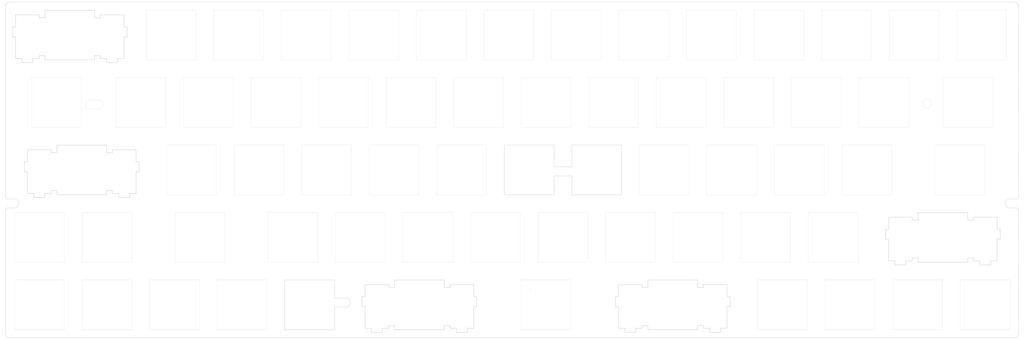
<source format=kicad_pcb>
(kicad_pcb (version 20240108) (generator "pcbnew") (generator_version "8.0")
  (title_block (title "Order66") (date "2023-12-29") (rev "1.0") (company "Toms"))
  (layers (0 "F.Cu" signal) (31 "B.Cu" signal) (34 "B.Paste" user) (35 "F.Paste" user) (36 "B.SilkS" user "B.Silkscreen") (37 "F.SilkS" user "F.Silkscreen") (38 "B.Mask" user) (39 "F.Mask" user) (44 "Edge.Cuts" user))
  (net 0 "")
  (footprint "plate:PKRH" (layer "F.Cu") (at 89.95 124.65)
    (property "Reference" "HOLE" (hide yes))
    (property "Value" "VAL**" (hide yes))
    (fp_line (start -1.27 1.27) (end 1.27 1.27) (stroke (width 0.05)) (layer "Edge.Cuts"))
    (fp_line (start 1.27 -1.27) (end -1.27 -1.27) (stroke (width 0.05)) (layer "Edge.Cuts"))
    (fp_arc (start -1.27 1.27) (mid -2.54 0) (end -1.27 -1.27) (stroke (width 0.05)) (layer "Edge.Cuts"))
    (fp_arc (start 1.27 -1.27) (mid 2.54 0) (end 1.27 1.27) (stroke (width 0.05)) (layer "Edge.Cuts"))
  )
  (footprint "plate:PKRHC" (layer "F.Cu") (at 324.23 124.4262)
    (property "Reference" "HOLE" (hide yes))
    (property "Value" "VAL**" (hide yes))
    (fp_circle (center 0 0) (end 0 -1.27) (stroke (width 0.05)) (fill none) (layer "Edge.Cuts"))
  )
  (footprint "BrownSugar_KBD:Stabilizer_MX_Plate_Mount_2U" (layer "F.Cu") (at 328.705 162.0862)
    (property "Reference" "REF**" (hide yes))
    (property "Value" "Stabilizer 2U")
    (fp_line (start -16.129 -2.286) (end -16.129 0.508) (stroke (width 0.12)) (layer "Edge.Cuts"))
    (fp_line (start -16.129 0.508) (end -15.2654 0.508) (stroke (width 0.12)) (layer "Edge.Cuts"))
    (fp_line (start -15.2654 -5.6896) (end -15.2654 -2.286) (stroke (width 0.12)) (layer "Edge.Cuts"))
    (fp_line (start -15.2654 -2.286) (end -16.129 -2.286) (stroke (width 0.12)) (layer "Edge.Cuts"))
    (fp_line (start -15.2654 0.508) (end -15.2654 6.604) (stroke (width 0.12)) (layer "Edge.Cuts"))
    (fp_line (start -15.2654 6.604) (end -13.462 6.604) (stroke (width 0.12)) (layer "Edge.Cuts"))
    (fp_line (start -13.462 6.604) (end -13.462 7.7724) (stroke (width 0.12)) (layer "Edge.Cuts"))
    (fp_line (start -13.462 7.7724) (end -10.414 7.7724) (stroke (width 0.12)) (layer "Edge.Cuts"))
    (fp_line (start -10.414 6.604) (end -8.6106 6.604) (stroke (width 0.12)) (layer "Edge.Cuts"))
    (fp_line (start -10.414 7.7724) (end -10.414 6.604) (stroke (width 0.12)) (layer "Edge.Cuts"))
    (fp_line (start -8.6106 -5.6896) (end -15.2654 -5.6896) (stroke (width 0.12)) (layer "Edge.Cuts"))
    (fp_line (start -8.6106 -4.8768) (end -8.6106 -5.6896) (stroke (width 0.12)) (layer "Edge.Cuts"))
    (fp_line (start -8.6106 5.8166) (end -6.985 5.8166) (stroke (width 0.12)) (layer "Edge.Cuts"))
    (fp_line (start -8.6106 6.604) (end -8.6106 5.8166) (stroke (width 0.12)) (layer "Edge.Cuts"))
    (fp_line (start -6.985 -6.985) (end -6.985 -4.8768) (stroke (width 0.12)) (layer "Edge.Cuts"))
    (fp_line (start -6.985 -6.985) (end 6.985 -6.985) (stroke (width 0.12)) (layer "Edge.Cuts"))
    (fp_line (start -6.985 -4.8768) (end -8.6106 -4.8768) (stroke (width 0.12)) (layer "Edge.Cuts"))
    (fp_line (start -6.985 5.8166) (end -6.985 6.985) (stroke (width 0.12)) (layer "Edge.Cuts"))
    (fp_line (start -6.985 6.985) (end 6.985 6.985) (stroke (width 0.12)) (layer "Edge.Cuts"))
    (fp_line (start 6.985 -6.985) (end 6.985 -4.8768) (stroke (width 0.12)) (layer "Edge.Cuts"))
    (fp_line (start 6.985 -4.8768) (end 8.6106 -4.8768) (stroke (width 0.12)) (layer "Edge.Cuts"))
    (fp_line (start 6.985 5.8166) (end 6.985 6.985) (stroke (width 0.12)) (layer "Edge.Cuts"))
    (fp_line (start 8.6106 -5.6896) (end 15.2654 -5.6896) (stroke (width 0.12)) (layer "Edge.Cuts"))
    (fp_line (start 8.6106 -4.8768) (end 8.6106 -5.6896) (stroke (width 0.12)) (layer "Edge.Cuts"))
    (fp_line (start 8.6106 5.8166) (end 6.985 5.8166) (stroke (width 0.12)) (layer "Edge.Cuts"))
    (fp_line (start 8.6106 6.604) (end 8.6106 5.8166) (stroke (width 0.12)) (layer "Edge.Cuts"))
    (fp_line (start 10.414 6.604) (end 8.6106 6.604) (stroke (width 0.12)) (layer "Edge.Cuts"))
    (fp_line (start 10.414 7.7724) (end 10.414 6.604) (stroke (width 0.12)) (layer "Edge.Cuts"))
    (fp_line (start 13.462 6.604) (end 13.462 7.7724) (stroke (width 0.12)) (layer "Edge.Cuts"))
    (fp_line (start 13.462 7.7724) (end 10.414 7.7724) (stroke (width 0.12)) (layer "Edge.Cuts"))
    (fp_line (start 15.2654 -5.6896) (end 15.2654 -2.286) (stroke (width 0.12)) (layer "Edge.Cuts"))
    (fp_line (start 15.2654 -2.286) (end 16.129 -2.286) (stroke (width 0.12)) (layer "Edge.Cuts"))
    (fp_line (start 15.2654 0.508) (end 15.2654 6.604) (stroke (width 0.12)) (layer "Edge.Cuts"))
    (fp_line (start 15.2654 6.604) (end 13.462 6.604) (stroke (width 0.12)) (layer "Edge.Cuts"))
    (fp_line (start 16.129 -2.286) (end 16.129 0.508) (stroke (width 0.12)) (layer "Edge.Cuts"))
    (fp_line (start 16.129 0.508) (end 15.2654 0.508) (stroke (width 0.12)) (layer "Edge.Cuts"))
  )
  (footprint "BrownSugar_KBD:Stabilizer_MX_Plate_Mount_2U" (layer "F.Cu") (at 86.455 143.0862)
    (property "Reference" "REF**" (hide yes))
    (property "Value" "Stabilizer 2U")
    (fp_line (start -16.129 -2.286) (end -16.129 0.508) (stroke (width 0.12)) (layer "Edge.Cuts"))
    (fp_line (start -16.129 0.508) (end -15.2654 0.508) (stroke (width 0.12)) (layer "Edge.Cuts"))
    (fp_line (start -15.2654 -5.6896) (end -15.2654 -2.286) (stroke (width 0.12)) (layer "Edge.Cuts"))
    (fp_line (start -15.2654 -2.286) (end -16.129 -2.286) (stroke (width 0.12)) (layer "Edge.Cuts"))
    (fp_line (start -15.2654 0.508) (end -15.2654 6.604) (stroke (width 0.12)) (layer "Edge.Cuts"))
    (fp_line (start -15.2654 6.604) (end -13.462 6.604) (stroke (width 0.12)) (layer "Edge.Cuts"))
    (fp_line (start -13.462 6.604) (end -13.462 7.7724) (stroke (width 0.12)) (layer "Edge.Cuts"))
    (fp_line (start -13.462 7.7724) (end -10.414 7.7724) (stroke (width 0.12)) (layer "Edge.Cuts"))
    (fp_line (start -10.414 6.604) (end -8.6106 6.604) (stroke (width 0.12)) (layer "Edge.Cuts"))
    (fp_line (start -10.414 7.7724) (end -10.414 6.604) (stroke (width 0.12)) (layer "Edge.Cuts"))
    (fp_line (start -8.6106 -5.6896) (end -15.2654 -5.6896) (stroke (width 0.12)) (layer "Edge.Cuts"))
    (fp_line (start -8.6106 -4.8768) (end -8.6106 -5.6896) (stroke (width 0.12)) (layer "Edge.Cuts"))
    (fp_line (start -8.6106 5.8166) (end -6.985 5.8166) (stroke (width 0.12)) (layer "Edge.Cuts"))
    (fp_line (start -8.6106 6.604) (end -8.6106 5.8166) (stroke (width 0.12)) (layer "Edge.Cuts"))
    (fp_line (start -6.985 -6.985) (end -6.985 -4.8768) (stroke (width 0.12)) (layer "Edge.Cuts"))
    (fp_line (start -6.985 -6.985) (end 6.985 -6.985) (stroke (width 0.12)) (layer "Edge.Cuts"))
    (fp_line (start -6.985 -4.8768) (end -8.6106 -4.8768) (stroke (width 0.12)) (layer "Edge.Cuts"))
    (fp_line (start -6.985 5.8166) (end -6.985 6.985) (stroke (width 0.12)) (layer "Edge.Cuts"))
    (fp_line (start -6.985 6.985) (end 6.985 6.985) (stroke (width 0.12)) (layer "Edge.Cuts"))
    (fp_line (start 6.985 -6.985) (end 6.985 -4.8768) (stroke (width 0.12)) (layer "Edge.Cuts"))
    (fp_line (start 6.985 -4.8768) (end 8.6106 -4.8768) (stroke (width 0.12)) (layer "Edge.Cuts"))
    (fp_line (start 6.985 5.8166) (end 6.985 6.985) (stroke (width 0.12)) (layer "Edge.Cuts"))
    (fp_line (start 8.6106 -5.6896) (end 15.2654 -5.6896) (stroke (width 0.12)) (layer "Edge.Cuts"))
    (fp_line (start 8.6106 -4.8768) (end 8.6106 -5.6896) (stroke (width 0.12)) (layer "Edge.Cuts"))
    (fp_line (start 8.6106 5.8166) (end 6.985 5.8166) (stroke (width 0.12)) (layer "Edge.Cuts"))
    (fp_line (start 8.6106 6.604) (end 8.6106 5.8166) (stroke (width 0.12)) (layer "Edge.Cuts"))
    (fp_line (start 10.414 6.604) (end 8.6106 6.604) (stroke (width 0.12)) (layer "Edge.Cuts"))
    (fp_line (start 10.414 7.7724) (end 10.414 6.604) (stroke (width 0.12)) (layer "Edge.Cuts"))
    (fp_line (start 13.462 6.604) (end 13.462 7.7724) (stroke (width 0.12)) (layer "Edge.Cuts"))
    (fp_line (start 13.462 7.7724) (end 10.414 7.7724) (stroke (width 0.12)) (layer "Edge.Cuts"))
    (fp_line (start 15.2654 -5.6896) (end 15.2654 -2.286) (stroke (width 0.12)) (layer "Edge.Cuts"))
    (fp_line (start 15.2654 -2.286) (end 16.129 -2.286) (stroke (width 0.12)) (layer "Edge.Cuts"))
    (fp_line (start 15.2654 0.508) (end 15.2654 6.604) (stroke (width 0.12)) (layer "Edge.Cuts"))
    (fp_line (start 15.2654 6.604) (end 13.462 6.604) (stroke (width 0.12)) (layer "Edge.Cuts"))
    (fp_line (start 16.129 -2.286) (end 16.129 0.508) (stroke (width 0.12)) (layer "Edge.Cuts"))
    (fp_line (start 16.129 0.508) (end 15.2654 0.508) (stroke (width 0.12)) (layer "Edge.Cuts"))
  )
  (footprint "BrownSugar_KBD:Stabilizer_MX_Plate_Mount_2U" (layer "F.Cu") (at 252.73 181.0862)
    (property "Reference" "REF**" (hide yes))
    (property "Value" "Stabilizer 2U")
    (fp_line (start -16.129 -2.286) (end -16.129 0.508) (stroke (width 0.12)) (layer "Edge.Cuts"))
    (fp_line (start -16.129 0.508) (end -15.2654 0.508) (stroke (width 0.12)) (layer "Edge.Cuts"))
    (fp_line (start -15.2654 -5.6896) (end -15.2654 -2.286) (stroke (width 0.12)) (layer "Edge.Cuts"))
    (fp_line (start -15.2654 -2.286) (end -16.129 -2.286) (stroke (width 0.12)) (layer "Edge.Cuts"))
    (fp_line (start -15.2654 0.508) (end -15.2654 6.604) (stroke (width 0.12)) (layer "Edge.Cuts"))
    (fp_line (start -15.2654 6.604) (end -13.462 6.604) (stroke (width 0.12)) (layer "Edge.Cuts"))
    (fp_line (start -13.462 6.604) (end -13.462 7.7724) (stroke (width 0.12)) (layer "Edge.Cuts"))
    (fp_line (start -13.462 7.7724) (end -10.414 7.7724) (stroke (width 0.12)) (layer "Edge.Cuts"))
    (fp_line (start -10.414 6.604) (end -8.6106 6.604) (stroke (width 0.12)) (layer "Edge.Cuts"))
    (fp_line (start -10.414 7.7724) (end -10.414 6.604) (stroke (width 0.12)) (layer "Edge.Cuts"))
    (fp_line (start -8.6106 -5.6896) (end -15.2654 -5.6896) (stroke (width 0.12)) (layer "Edge.Cuts"))
    (fp_line (start -8.6106 -4.8768) (end -8.6106 -5.6896) (stroke (width 0.12)) (layer "Edge.Cuts"))
    (fp_line (start -8.6106 5.8166) (end -6.985 5.8166) (stroke (width 0.12)) (layer "Edge.Cuts"))
    (fp_line (start -8.6106 6.604) (end -8.6106 5.8166) (stroke (width 0.12)) (layer "Edge.Cuts"))
    (fp_line (start -6.985 -6.985) (end -6.985 -4.8768) (stroke (width 0.12)) (layer "Edge.Cuts"))
    (fp_line (start -6.985 -6.985) (end 6.985 -6.985) (stroke (width 0.12)) (layer "Edge.Cuts"))
    (fp_line (start -6.985 -4.8768) (end -8.6106 -4.8768) (stroke (width 0.12)) (layer "Edge.Cuts"))
    (fp_line (start -6.985 5.8166) (end -6.985 6.985) (stroke (width 0.12)) (layer "Edge.Cuts"))
    (fp_line (start -6.985 6.985) (end 6.985 6.985) (stroke (width 0.12)) (layer "Edge.Cuts"))
    (fp_line (start 6.985 -6.985) (end 6.985 -4.8768) (stroke (width 0.12)) (layer "Edge.Cuts"))
    (fp_line (start 6.985 -4.8768) (end 8.6106 -4.8768) (stroke (width 0.12)) (layer "Edge.Cuts"))
    (fp_line (start 6.985 5.8166) (end 6.985 6.985) (stroke (width 0.12)) (layer "Edge.Cuts"))
    (fp_line (start 8.6106 -5.6896) (end 15.2654 -5.6896) (stroke (width 0.12)) (layer "Edge.Cuts"))
    (fp_line (start 8.6106 -4.8768) (end 8.6106 -5.6896) (stroke (width 0.12)) (layer "Edge.Cuts"))
    (fp_line (start 8.6106 5.8166) (end 6.985 5.8166) (stroke (width 0.12)) (layer "Edge.Cuts"))
    (fp_line (start 8.6106 6.604) (end 8.6106 5.8166) (stroke (width 0.12)) (layer "Edge.Cuts"))
    (fp_line (start 10.414 6.604) (end 8.6106 6.604) (stroke (width 0.12)) (layer "Edge.Cuts"))
    (fp_line (start 10.414 7.7724) (end 10.414 6.604) (stroke (width 0.12)) (layer "Edge.Cuts"))
    (fp_line (start 13.462 6.604) (end 13.462 7.7724) (stroke (width 0.12)) (layer "Edge.Cuts"))
    (fp_line (start 13.462 7.7724) (end 10.414 7.7724) (stroke (width 0.12)) (layer "Edge.Cuts"))
    (fp_line (start 15.2654 -5.6896) (end 15.2654 -2.286) (stroke (width 0.12)) (layer "Edge.Cuts"))
    (fp_line (start 15.2654 -2.286) (end 16.129 -2.286) (stroke (width 0.12)) (layer "Edge.Cuts"))
    (fp_line (start 15.2654 0.508) (end 15.2654 6.604) (stroke (width 0.12)) (layer "Edge.Cuts"))
    (fp_line (start 15.2654 6.604) (end 13.462 6.604) (stroke (width 0.12)) (layer "Edge.Cuts"))
    (fp_line (start 16.129 -2.286) (end 16.129 0.508) (stroke (width 0.12)) (layer "Edge.Cuts"))
    (fp_line (start 16.129 0.508) (end 15.2654 0.508) (stroke (width 0.12)) (layer "Edge.Cuts"))
  )
  (footprint "BrownSugar_KBD:Stabilizer_MX_Plate_Mount_2U" (layer "F.Cu") (at 83.08 105.0862)
    (property "Reference" "REF**" (hide yes))
    (property "Value" "Stabilizer 2U")
    (fp_line (start -16.129 -2.286) (end -16.129 0.508) (stroke (width 0.12)) (layer "Edge.Cuts"))
    (fp_line (start -16.129 0.508) (end -15.2654 0.508) (stroke (width 0.12)) (layer "Edge.Cuts"))
    (fp_line (start -15.2654 -5.6896) (end -15.2654 -2.286) (stroke (width 0.12)) (layer "Edge.Cuts"))
    (fp_line (start -15.2654 -2.286) (end -16.129 -2.286) (stroke (width 0.12)) (layer "Edge.Cuts"))
    (fp_line (start -15.2654 0.508) (end -15.2654 6.604) (stroke (width 0.12)) (layer "Edge.Cuts"))
    (fp_line (start -15.2654 6.604) (end -13.462 6.604) (stroke (width 0.12)) (layer "Edge.Cuts"))
    (fp_line (start -13.462 6.604) (end -13.462 7.7724) (stroke (width 0.12)) (layer "Edge.Cuts"))
    (fp_line (start -13.462 7.7724) (end -10.414 7.7724) (stroke (width 0.12)) (layer "Edge.Cuts"))
    (fp_line (start -10.414 6.604) (end -8.6106 6.604) (stroke (width 0.12)) (layer "Edge.Cuts"))
    (fp_line (start -10.414 7.7724) (end -10.414 6.604) (stroke (width 0.12)) (layer "Edge.Cuts"))
    (fp_line (start -8.6106 -5.6896) (end -15.2654 -5.6896) (stroke (width 0.12)) (layer "Edge.Cuts"))
    (fp_line (start -8.6106 -4.8768) (end -8.6106 -5.6896) (stroke (width 0.12)) (layer "Edge.Cuts"))
    (fp_line (start -8.6106 5.8166) (end -6.985 5.8166) (stroke (width 0.12)) (layer "Edge.Cuts"))
    (fp_line (start -8.6106 6.604) (end -8.6106 5.8166) (stroke (width 0.12)) (layer "Edge.Cuts"))
    (fp_line (start -6.985 -6.985) (end -6.985 -4.8768) (stroke (width 0.12)) (layer "Edge.Cuts"))
    (fp_line (start -6.985 -6.985) (end 6.985 -6.985) (stroke (width 0.12)) (layer "Edge.Cuts"))
    (fp_line (start -6.985 -4.8768) (end -8.6106 -4.8768) (stroke (width 0.12)) (layer "Edge.Cuts"))
    (fp_line (start -6.985 5.8166) (end -6.985 6.985) (stroke (width 0.12)) (layer "Edge.Cuts"))
    (fp_line (start -6.985 6.985) (end 6.985 6.985) (stroke (width 0.12)) (layer "Edge.Cuts"))
    (fp_line (start 6.985 -6.985) (end 6.985 -4.8768) (stroke (width 0.12)) (layer "Edge.Cuts"))
    (fp_line (start 6.985 -4.8768) (end 8.6106 -4.8768) (stroke (width 0.12)) (layer "Edge.Cuts"))
    (fp_line (start 6.985 5.8166) (end 6.985 6.985) (stroke (width 0.12)) (layer "Edge.Cuts"))
    (fp_line (start 8.6106 -5.6896) (end 15.2654 -5.6896) (stroke (width 0.12)) (layer "Edge.Cuts"))
    (fp_line (start 8.6106 -4.8768) (end 8.6106 -5.6896) (stroke (width 0.12)) (layer "Edge.Cuts"))
    (fp_line (start 8.6106 5.8166) (end 6.985 5.8166) (stroke (width 0.12)) (layer "Edge.Cuts"))
    (fp_line (start 8.6106 6.604) (end 8.6106 5.8166) (stroke (width 0.12)) (layer "Edge.Cuts"))
    (fp_line (start 10.414 6.604) (end 8.6106 6.604) (stroke (width 0.12)) (layer "Edge.Cuts"))
    (fp_line (start 10.414 7.7724) (end 10.414 6.604) (stroke (width 0.12)) (layer "Edge.Cuts"))
    (fp_line (start 13.462 6.604) (end 13.462 7.7724) (stroke (width 0.12)) (layer "Edge.Cuts"))
    (fp_line (start 13.462 7.7724) (end 10.414 7.7724) (stroke (width 0.12)) (layer "Edge.Cuts"))
    (fp_line (start 15.2654 -5.6896) (end 15.2654 -2.286) (stroke (width 0.12)) (layer "Edge.Cuts"))
    (fp_line (start 15.2654 -2.286) (end 16.129 -2.286) (stroke (width 0.12)) (layer "Edge.Cuts"))
    (fp_line (start 15.2654 0.508) (end 15.2654 6.604) (stroke (width 0.12)) (layer "Edge.Cuts"))
    (fp_line (start 15.2654 6.604) (end 13.462 6.604) (stroke (width 0.12)) (layer "Edge.Cuts"))
    (fp_line (start 16.129 -2.286) (end 16.129 0.508) (stroke (width 0.12)) (layer "Edge.Cuts"))
    (fp_line (start 16.129 0.508) (end 15.2654 0.508) (stroke (width 0.12)) (layer "Edge.Cuts"))
  )
  (footprint "BrownSugar_KBD:Stabilizer_MX_Plate_Mount_2U" (layer "F.Cu") (at 181.43 181.0862)
    (property "Reference" "REF**" (hide yes))
    (property "Value" "Stabilizer 2U")
    (fp_line (start -16.129 -2.286) (end -16.129 0.508) (stroke (width 0.12)) (layer "Edge.Cuts"))
    (fp_line (start -16.129 0.508) (end -15.2654 0.508) (stroke (width 0.12)) (layer "Edge.Cuts"))
    (fp_line (start -15.2654 -5.6896) (end -15.2654 -2.286) (stroke (width 0.12)) (layer "Edge.Cuts"))
    (fp_line (start -15.2654 -2.286) (end -16.129 -2.286) (stroke (width 0.12)) (layer "Edge.Cuts"))
    (fp_line (start -15.2654 0.508) (end -15.2654 6.604) (stroke (width 0.12)) (layer "Edge.Cuts"))
    (fp_line (start -15.2654 6.604) (end -13.462 6.604) (stroke (width 0.12)) (layer "Edge.Cuts"))
    (fp_line (start -13.462 6.604) (end -13.462 7.7724) (stroke (width 0.12)) (layer "Edge.Cuts"))
    (fp_line (start -13.462 7.7724) (end -10.414 7.7724) (stroke (width 0.12)) (layer "Edge.Cuts"))
    (fp_line (start -10.414 6.604) (end -8.6106 6.604) (stroke (width 0.12)) (layer "Edge.Cuts"))
    (fp_line (start -10.414 7.7724) (end -10.414 6.604) (stroke (width 0.12)) (layer "Edge.Cuts"))
    (fp_line (start -8.6106 -5.6896) (end -15.2654 -5.6896) (stroke (width 0.12)) (layer "Edge.Cuts"))
    (fp_line (start -8.6106 -4.8768) (end -8.6106 -5.6896) (stroke (width 0.12)) (layer "Edge.Cuts"))
    (fp_line (start -8.6106 5.8166) (end -6.985 5.8166) (stroke (width 0.12)) (layer "Edge.Cuts"))
    (fp_line (start -8.6106 6.604) (end -8.6106 5.8166) (stroke (width 0.12)) (layer "Edge.Cuts"))
    (fp_line (start -6.985 -6.985) (end -6.985 -4.8768) (stroke (width 0.12)) (layer "Edge.Cuts"))
    (fp_line (start -6.985 -6.985) (end 6.985 -6.985) (stroke (width 0.12)) (layer "Edge.Cuts"))
    (fp_line (start -6.985 -4.8768) (end -8.6106 -4.8768) (stroke (width 0.12)) (layer "Edge.Cuts"))
    (fp_line (start -6.985 5.8166) (end -6.985 6.985) (stroke (width 0.12)) (layer "Edge.Cuts"))
    (fp_line (start -6.985 6.985) (end 6.985 6.985) (stroke (width 0.12)) (layer "Edge.Cuts"))
    (fp_line (start 6.985 -6.985) (end 6.985 -4.8768) (stroke (width 0.12)) (layer "Edge.Cuts"))
    (fp_line (start 6.985 -4.8768) (end 8.6106 -4.8768) (stroke (width 0.12)) (layer "Edge.Cuts"))
    (fp_line (start 6.985 5.8166) (end 6.985 6.985) (stroke (width 0.12)) (layer "Edge.Cuts"))
    (fp_line (start 8.6106 -5.6896) (end 15.2654 -5.6896) (stroke (width 0.12)) (layer "Edge.Cuts"))
    (fp_line (start 8.6106 -4.8768) (end 8.6106 -5.6896) (stroke (width 0.12)) (layer "Edge.Cuts"))
    (fp_line (start 8.6106 5.8166) (end 6.985 5.8166) (stroke (width 0.12)) (layer "Edge.Cuts"))
    (fp_line (start 8.6106 6.604) (end 8.6106 5.8166) (stroke (width 0.12)) (layer "Edge.Cuts"))
    (fp_line (start 10.414 6.604) (end 8.6106 6.604) (stroke (width 0.12)) (layer "Edge.Cuts"))
    (fp_line (start 10.414 7.7724) (end 10.414 6.604) (stroke (width 0.12)) (layer "Edge.Cuts"))
    (fp_line (start 13.462 6.604) (end 13.462 7.7724) (stroke (width 0.12)) (layer "Edge.Cuts"))
    (fp_line (start 13.462 7.7724) (end 10.414 7.7724) (stroke (width 0.12)) (layer "Edge.Cuts"))
    (fp_line (start 15.2654 -5.6896) (end 15.2654 -2.286) (stroke (width 0.12)) (layer "Edge.Cuts"))
    (fp_line (start 15.2654 -2.286) (end 16.129 -2.286) (stroke (width 0.12)) (layer "Edge.Cuts"))
    (fp_line (start 15.2654 0.508) (end 15.2654 6.604) (stroke (width 0.12)) (layer "Edge.Cuts"))
    (fp_line (start 15.2654 6.604) (end 13.462 6.604) (stroke (width 0.12)) (layer "Edge.Cuts"))
    (fp_line (start 16.129 -2.286) (end 16.129 0.508) (stroke (width 0.12)) (layer "Edge.Cuts"))
    (fp_line (start 16.129 0.508) (end 15.2654 0.508) (stroke (width 0.12)) (layer "Edge.Cuts"))
  )
  (footprint "plate:CherryMX_Choc_V2_1u" (layer "B.Cu") (at 339.58 105.0862)
    (property "Reference" "SW1" (hide yes))
    (property "Value" "SW_Push" (hide yes))
    (fp_line (start -7 -7) (end 7 -7) (stroke (width 0.05)) (layer "Edge.Cuts"))
    (fp_line (start -7 7) (end -7 -7) (stroke (width 0.05)) (layer "Edge.Cuts"))
    (fp_line (start 7 -7) (end 7 7) (stroke (width 0.05)) (layer "Edge.Cuts"))
    (fp_line (start 7 7) (end -7 7) (stroke (width 0.05)) (layer "Edge.Cuts"))
  )
  (footprint "plate:CherryMX_Choc_V2_1u" (layer "B.Cu") (at 320.58 105.0862 180)
    (property "Reference" "SW2" (hide yes))
    (property "Value" "SW_Push" (hide yes))
    (fp_line (start 7 7) (end -7 7) (stroke (width 0.05)) (layer "Edge.Cuts"))
    (fp_line (start 7 -7) (end 7 7) (stroke (width 0.05)) (layer "Edge.Cuts"))
    (fp_line (start -7 7) (end -7 -7) (stroke (width 0.05)) (layer "Edge.Cuts"))
    (fp_line (start -7 -7) (end 7 -7) (stroke (width 0.05)) (layer "Edge.Cuts"))
  )
  (footprint "plate:CherryMX_Choc_V2_1u" (layer "B.Cu") (at 301.58 105.0862 180)
    (property "Reference" "SW3" (hide yes))
    (property "Value" "SW_Push" (hide yes))
    (fp_line (start 7 7) (end -7 7) (stroke (width 0.05)) (layer "Edge.Cuts"))
    (fp_line (start 7 -7) (end 7 7) (stroke (width 0.05)) (layer "Edge.Cuts"))
    (fp_line (start -7 7) (end -7 -7) (stroke (width 0.05)) (layer "Edge.Cuts"))
    (fp_line (start -7 -7) (end 7 -7) (stroke (width 0.05)) (layer "Edge.Cuts"))
  )
  (footprint "plate:CherryMX_Choc_V2_1u" (layer "B.Cu") (at 282.58 105.0862 180)
    (property "Reference" "SW4" (hide yes))
    (property "Value" "SW_Push" (hide yes))
    (fp_line (start 7 7) (end -7 7) (stroke (width 0.05)) (layer "Edge.Cuts"))
    (fp_line (start 7 -7) (end 7 7) (stroke (width 0.05)) (layer "Edge.Cuts"))
    (fp_line (start -7 7) (end -7 -7) (stroke (width 0.05)) (layer "Edge.Cuts"))
    (fp_line (start -7 -7) (end 7 -7) (stroke (width 0.05)) (layer "Edge.Cuts"))
  )
  (footprint "plate:CherryMX_Choc_V2_1u" (layer "B.Cu") (at 263.58 105.0932 180)
    (property "Reference" "SW5" (hide yes))
    (property "Value" "SW_Push" (hide yes))
    (fp_line (start 7 7) (end -7 7) (stroke (width 0.05)) (layer "Edge.Cuts"))
    (fp_line (start 7 -7) (end 7 7) (stroke (width 0.05)) (layer "Edge.Cuts"))
    (fp_line (start -7 7) (end -7 -7) (stroke (width 0.05)) (layer "Edge.Cuts"))
    (fp_line (start -7 -7) (end 7 -7) (stroke (width 0.05)) (layer "Edge.Cuts"))
  )
  (footprint "plate:CherryMX_Choc_V2_1u" (layer "B.Cu") (at 244.58 105.0862 180)
    (property "Reference" "SW6" (hide yes))
    (property "Value" "SW_Push" (hide yes))
    (fp_line (start 7 7) (end -7 7) (stroke (width 0.05)) (layer "Edge.Cuts"))
    (fp_line (start 7 -7) (end 7 7) (stroke (width 0.05)) (layer "Edge.Cuts"))
    (fp_line (start -7 7) (end -7 -7) (stroke (width 0.05)) (layer "Edge.Cuts"))
    (fp_line (start -7 -7) (end 7 -7) (stroke (width 0.05)) (layer "Edge.Cuts"))
  )
  (footprint "plate:CherryMX_Choc_V2_1u" (layer "B.Cu") (at 225.58 105.0862 180)
    (property "Reference" "SW7" (hide yes))
    (property "Value" "SW_Push" (hide yes))
    (fp_line (start 7 7) (end -7 7) (stroke (width 0.05)) (layer "Edge.Cuts"))
    (fp_line (start 7 -7) (end 7 7) (stroke (width 0.05)) (layer "Edge.Cuts"))
    (fp_line (start -7 7) (end -7 -7) (stroke (width 0.05)) (layer "Edge.Cuts"))
    (fp_line (start -7 -7) (end 7 -7) (stroke (width 0.05)) (layer "Edge.Cuts"))
  )
  (footprint "plate:CherryMX_Choc_V2_1u" (layer "B.Cu") (at 206.58 105.0862 180)
    (property "Reference" "SW8" (hide yes))
    (property "Value" "SW_Push" (hide yes))
    (fp_line (start 7 7) (end -7 7) (stroke (width 0.05)) (layer "Edge.Cuts"))
    (fp_line (start 7 -7) (end 7 7) (stroke (width 0.05)) (layer "Edge.Cuts"))
    (fp_line (start -7 7) (end -7 -7) (stroke (width 0.05)) (layer "Edge.Cuts"))
    (fp_line (start -7 -7) (end 7 -7) (stroke (width 0.05)) (layer "Edge.Cuts"))
  )
  (footprint "plate:CherryMX_Choc_V2_1u" (layer "B.Cu") (at 187.58 105.0862 180)
    (property "Reference" "SW9" (hide yes))
    (property "Value" "SW_Push" (hide yes))
    (fp_line (start 7 7) (end -7 7) (stroke (width 0.05)) (layer "Edge.Cuts"))
    (fp_line (start 7 -7) (end 7 7) (stroke (width 0.05)) (layer "Edge.Cuts"))
    (fp_line (start -7 7) (end -7 -7) (stroke (width 0.05)) (layer "Edge.Cuts"))
    (fp_line (start -7 -7) (end 7 -7) (stroke (width 0.05)) (layer "Edge.Cuts"))
  )
  (footprint "plate:CherryMX_Choc_V2_1u" (layer "B.Cu") (at 168.58 105.0862 180)
    (property "Reference" "SW10" (hide yes))
    (property "Value" "SW_Push" (hide yes))
    (fp_line (start 7 7) (end -7 7) (stroke (width 0.05)) (layer "Edge.Cuts"))
    (fp_line (start 7 -7) (end 7 7) (stroke (width 0.05)) (layer "Edge.Cuts"))
    (fp_line (start -7 7) (end -7 -7) (stroke (width 0.05)) (layer "Edge.Cuts"))
    (fp_line (start -7 -7) (end 7 -7) (stroke (width 0.05)) (layer "Edge.Cuts"))
  )
  (footprint "plate:CherryMX_Choc_V2_1u" (layer "B.Cu") (at 149.58 105.0862 180)
    (property "Reference" "SW11" (hide yes))
    (property "Value" "SW_Push" (hide yes))
    (fp_line (start 7 7) (end -7 7) (stroke (width 0.05)) (layer "Edge.Cuts"))
    (fp_line (start 7 -7) (end 7 7) (stroke (width 0.05)) (layer "Edge.Cuts"))
    (fp_line (start -7 7) (end -7 -7) (stroke (width 0.05)) (layer "Edge.Cuts"))
    (fp_line (start -7 -7) (end 7 -7) (stroke (width 0.05)) (layer "Edge.Cuts"))
  )
  (footprint "plate:CherryMX_Choc_V2_1u" (layer "B.Cu") (at 130.58 105.0862 180)
    (property "Reference" "SW12" (hide yes))
    (property "Value" "SW_Push" (hide yes))
    (fp_line (start 7 7) (end -7 7) (stroke (width 0.05)) (layer "Edge.Cuts"))
    (fp_line (start 7 -7) (end 7 7) (stroke (width 0.05)) (layer "Edge.Cuts"))
    (fp_line (start -7 7) (end -7 -7) (stroke (width 0.05)) (layer "Edge.Cuts"))
    (fp_line (start -7 -7) (end 7 -7) (stroke (width 0.05)) (layer "Edge.Cuts"))
  )
  (footprint "plate:CherryMX_Choc_V2_1u" (layer "B.Cu") (at 111.58 105.0862 180)
    (property "Reference" "SW13" (hide yes))
    (property "Value" "SW_Push" (hide yes))
    (fp_line (start 7 7) (end -7 7) (stroke (width 0.05)) (layer "Edge.Cuts"))
    (fp_line (start 7 -7) (end 7 7) (stroke (width 0.05)) (layer "Edge.Cuts"))
    (fp_line (start -7 7) (end -7 -7) (stroke (width 0.05)) (layer "Edge.Cuts"))
    (fp_line (start -7 -7) (end 7 -7) (stroke (width 0.05)) (layer "Edge.Cuts"))
  )
  (footprint "plate:CherryMX_Choc_V2_1u" (layer "B.Cu") (at 335.83 124.0862 180)
    (property "Reference" "SW15" (hide yes))
    (property "Value" "SW_Push" (hide yes))
    (fp_line (start 7 7) (end -7 7) (stroke (width 0.05)) (layer "Edge.Cuts"))
    (fp_line (start 7 -7) (end 7 7) (stroke (width 0.05)) (layer "Edge.Cuts"))
    (fp_line (start -7 7) (end -7 -7) (stroke (width 0.05)) (layer "Edge.Cuts"))
    (fp_line (start -7 -7) (end 7 -7) (stroke (width 0.05)) (layer "Edge.Cuts"))
  )
  (footprint "plate:CherryMX_Choc_V2_1u" (layer "B.Cu") (at 312.08 124.0862 180)
    (property "Reference" "SW16" (hide yes))
    (property "Value" "SW_Push" (hide yes))
    (fp_line (start 7 7) (end -7 7) (stroke (width 0.05)) (layer "Edge.Cuts"))
    (fp_line (start 7 -7) (end 7 7) (stroke (width 0.05)) (layer "Edge.Cuts"))
    (fp_line (start -7 7) (end -7 -7) (stroke (width 0.05)) (layer "Edge.Cuts"))
    (fp_line (start -7 -7) (end 7 -7) (stroke (width 0.05)) (layer "Edge.Cuts"))
  )
  (footprint "plate:CherryMX_Choc_V2_1u" (layer "B.Cu") (at 293.08 124.0862 180)
    (property "Reference" "SW17" (hide yes))
    (property "Value" "SW_Push" (hide yes))
    (fp_line (start 7 7) (end -7 7) (stroke (width 0.05)) (layer "Edge.Cuts"))
    (fp_line (start 7 -7) (end 7 7) (stroke (width 0.05)) (layer "Edge.Cuts"))
    (fp_line (start -7 7) (end -7 -7) (stroke (width 0.05)) (layer "Edge.Cuts"))
    (fp_line (start -7 -7) (end 7 -7) (stroke (width 0.05)) (layer "Edge.Cuts"))
  )
  (footprint "plate:CherryMX_Choc_V2_1u" (layer "B.Cu") (at 274.08 124.0862 180)
    (property "Reference" "SW18" (hide yes))
    (property "Value" "SW_Push" (hide yes))
    (fp_line (start 7 7) (end -7 7) (stroke (width 0.05)) (layer "Edge.Cuts"))
    (fp_line (start 7 -7) (end 7 7) (stroke (width 0.05)) (layer "Edge.Cuts"))
    (fp_line (start -7 7) (end -7 -7) (stroke (width 0.05)) (layer "Edge.Cuts"))
    (fp_line (start -7 -7) (end 7 -7) (stroke (width 0.05)) (layer "Edge.Cuts"))
  )
  (footprint "plate:CherryMX_Choc_V2_1u" (layer "B.Cu") (at 255.08 124.0862 180)
    (property "Reference" "SW19" (hide yes))
    (property "Value" "SW_Push" (hide yes))
    (fp_line (start 7 7) (end -7 7) (stroke (width 0.05)) (layer "Edge.Cuts"))
    (fp_line (start 7 -7) (end 7 7) (stroke (width 0.05)) (layer "Edge.Cuts"))
    (fp_line (start -7 7) (end -7 -7) (stroke (width 0.05)) (layer "Edge.Cuts"))
    (fp_line (start -7 -7) (end 7 -7) (stroke (width 0.05)) (layer "Edge.Cuts"))
  )
  (footprint "plate:CherryMX_Choc_V2_1u" (layer "B.Cu") (at 236.08 124.0862 180)
    (property "Reference" "SW20" (hide yes))
    (property "Value" "SW_Push" (hide yes))
    (fp_line (start 7 7) (end -7 7) (stroke (width 0.05)) (layer "Edge.Cuts"))
    (fp_line (start 7 -7) (end 7 7) (stroke (width 0.05)) (layer "Edge.Cuts"))
    (fp_line (start -7 7) (end -7 -7) (stroke (width 0.05)) (layer "Edge.Cuts"))
    (fp_line (start -7 -7) (end 7 -7) (stroke (width 0.05)) (layer "Edge.Cuts"))
  )
  (footprint "plate:CherryMX_Choc_V2_1u" (layer "B.Cu") (at 217.08 124.0862 180)
    (property "Reference" "SW21" (hide yes))
    (property "Value" "SW_Push" (hide yes))
    (fp_line (start 7 7) (end -7 7) (stroke (width 0.05)) (layer "Edge.Cuts"))
    (fp_line (start 7 -7) (end 7 7) (stroke (width 0.05)) (layer "Edge.Cuts"))
    (fp_line (start -7 7) (end -7 -7) (stroke (width 0.05)) (layer "Edge.Cuts"))
    (fp_line (start -7 -7) (end 7 -7) (stroke (width 0.05)) (layer "Edge.Cuts"))
  )
  (footprint "plate:CherryMX_Choc_V2_1u" (layer "B.Cu") (at 198.08 124.0862 180)
    (property "Reference" "SW22" (hide yes))
    (property "Value" "SW_Push" (hide yes))
    (fp_line (start 7 7) (end -7 7) (stroke (width 0.05)) (layer "Edge.Cuts"))
    (fp_line (start 7 -7) (end 7 7) (stroke (width 0.05)) (layer "Edge.Cuts"))
    (fp_line (start -7 7) (end -7 -7) (stroke (width 0.05)) (layer "Edge.Cuts"))
    (fp_line (start -7 -7) (end 7 -7) (stroke (width 0.05)) (layer "Edge.Cuts"))
  )
  (footprint "plate:CherryMX_Choc_V2_1u" (layer "B.Cu") (at 179.08 124.0862 180)
    (property "Reference" "SW23" (hide yes))
    (property "Value" "SW_Push" (hide yes))
    (fp_line (start 7 7) (end -7 7) (stroke (width 0.05)) (layer "Edge.Cuts"))
    (fp_line (start 7 -7) (end 7 7) (stroke (width 0.05)) (layer "Edge.Cuts"))
    (fp_line (start -7 7) (end -7 -7) (stroke (width 0.05)) (layer "Edge.Cuts"))
    (fp_line (start -7 -7) (end 7 -7) (stroke (width 0.05)) (layer "Edge.Cuts"))
  )
  (footprint "plate:CherryMX_Choc_V2_1u" (layer "B.Cu") (at 160.08 124.0862 180)
    (property "Reference" "SW24" (hide yes))
    (property "Value" "SW_Push" (hide yes))
    (fp_line (start 7 7) (end -7 7) (stroke (width 0.05)) (layer "Edge.Cuts"))
    (fp_line (start 7 -7) (end 7 7) (stroke (width 0.05)) (layer "Edge.Cuts"))
    (fp_line (start -7 7) (end -7 -7) (stroke (width 0.05)) (layer "Edge.Cuts"))
    (fp_line (start -7 -7) (end 7 -7) (stroke (width 0.05)) (layer "Edge.Cuts"))
  )
  (footprint "plate:CherryMX_Choc_V2_1u" (layer "B.Cu") (at 141.08 124.0862 180)
    (property "Reference" "SW25" (hide yes))
    (property "Value" "SW_Push" (hide yes))
    (fp_line (start 7 7) (end -7 7) (stroke (width 0.05)) (layer "Edge.Cuts"))
    (fp_line (start 7 -7) (end 7 7) (stroke (width 0.05)) (layer "Edge.Cuts"))
    (fp_line (start -7 7) (end -7 -7) (stroke (width 0.05)) (layer "Edge.Cuts"))
    (fp_line (start -7 -7) (end 7 -7) (stroke (width 0.05)) (layer "Edge.Cuts"))
  )
  (footprint "plate:CherryMX_Choc_V2_1u" (layer "B.Cu") (at 122.08 124.0862 180)
    (property "Reference" "SW26" (hide yes))
    (property "Value" "SW_Push" (hide yes))
    (fp_line (start 7 7) (end -7 7) (stroke (width 0.05)) (layer "Edge.Cuts"))
    (fp_line (start 7 -7) (end 7 7) (stroke (width 0.05)) (layer "Edge.Cuts"))
    (fp_line (start -7 7) (end -7 -7) (stroke (width 0.05)) (layer "Edge.Cuts"))
    (fp_line (start -7 -7) (end 7 -7) (stroke (width 0.05)) (layer "Edge.Cuts"))
  )
  (footprint "plate:CherryMX_Choc_V2_1u" (layer "B.Cu") (at 103.08 124.0862 180)
    (property "Reference" "SW27" (hide yes))
    (property "Value" "SW_Push" (hide yes))
    (fp_line (start 7 7) (end -7 7) (stroke (width 0.05)) (layer "Edge.Cuts"))
    (fp_line (start 7 -7) (end 7 7) (stroke (width 0.05)) (layer "Edge.Cuts"))
    (fp_line (start -7 7) (end -7 -7) (stroke (width 0.05)) (layer "Edge.Cuts"))
    (fp_line (start -7 -7) (end 7 -7) (stroke (width 0.05)) (layer "Edge.Cuts"))
  )
  (footprint "plate:CherryMX_Choc_V2_1u" (layer "B.Cu") (at 79.33 124.0862 180)
    (property "Reference" "SW28" (hide yes))
    (property "Value" "SW_Push" (hide yes))
    (fp_line (start 7 7) (end -7 7) (stroke (width 0.05)) (layer "Edge.Cuts"))
    (fp_line (start 7 -7) (end 7 7) (stroke (width 0.05)) (layer "Edge.Cuts"))
    (fp_line (start -7 7) (end -7 -7) (stroke (width 0.05)) (layer "Edge.Cuts"))
    (fp_line (start -7 -7) (end 7 -7) (stroke (width 0.05)) (layer "Edge.Cuts"))
  )
  (footprint "plate:CherryMX_Choc_V2_1u" (layer "B.Cu") (at 333.455 143.0862 180)
    (property "Reference" "SW29" (hide yes))
    (property "Value" "SW_Push" (hide yes))
    (fp_line (start 7 7) (end -7 7) (stroke (width 0.05)) (layer "Edge.Cuts"))
    (fp_line (start 7 -7) (end 7 7) (stroke (width 0.05)) (layer "Edge.Cuts"))
    (fp_line (start -7 7) (end -7 -7) (stroke (width 0.05)) (layer "Edge.Cuts"))
    (fp_line (start -7 -7) (end 7 -7) (stroke (width 0.05)) (layer "Edge.Cuts"))
  )
  (footprint "plate:CherryMX_Choc_V2_1u" (layer "B.Cu") (at 307.33 143.0862 180)
    (property "Reference" "SW30" (hide yes))
    (property "Value" "SW_Push" (hide yes))
    (fp_line (start 7 7) (end -7 7) (stroke (width 0.05)) (layer "Edge.Cuts"))
    (fp_line (start 7 -7) (end 7 7) (stroke (width 0.05)) (layer "Edge.Cuts"))
    (fp_line (start -7 7) (end -7 -7) (stroke (width 0.05)) (layer "Edge.Cuts"))
    (fp_line (start -7 -7) (end 7 -7) (stroke (width 0.05)) (layer "Edge.Cuts"))
  )
  (footprint "plate:CherryMX_Choc_V2_1u" (layer "B.Cu") (at 288.33 143.0862 180)
    (property "Reference" "SW31" (hide yes))
    (property "Value" "SW_Push" (hide yes))
    (fp_line (start 7 7) (end -7 7) (stroke (width 0.05)) (layer "Edge.Cuts"))
    (fp_line (start 7 -7) (end 7 7) (stroke (width 0.05)) (layer "Edge.Cuts"))
    (fp_line (start -7 7) (end -7 -7) (stroke (width 0.05)) (layer "Edge.Cuts"))
    (fp_line (start -7 -7) (end 7 -7) (stroke (width 0.05)) (layer "Edge.Cuts"))
  )
  (footprint "plate:CherryMX_Choc_V2_1u" (layer "B.Cu") (at 269.33 143.0862 180)
    (property "Reference" "SW32" (hide yes))
    (property "Value" "SW_Push" (hide yes))
    (fp_line (start 7 7) (end -7 7) (stroke (width 0.05)) (layer "Edge.Cuts"))
    (fp_line (start 7 -7) (end 7 7) (stroke (width 0.05)) (layer "Edge.Cuts"))
    (fp_line (start -7 7) (end -7 -7) (stroke (width 0.05)) (layer "Edge.Cuts"))
    (fp_line (start -7 -7) (end 7 -7) (stroke (width 0.05)) (layer "Edge.Cuts"))
  )
  (footprint "plate:CherryMX_Choc_V2_1u" (layer "B.Cu") (at 250.33 143.0862 180)
    (property "Reference" "SW33" (hide yes))
    (property "Value" "SW_Push" (hide yes))
    (fp_line (start 7 7) (end -7 7) (stroke (width 0.05)) (layer "Edge.Cuts"))
    (fp_line (start 7 -7) (end 7 7) (stroke (width 0.05)) (layer "Edge.Cuts"))
    (fp_line (start -7 7) (end -7 -7) (stroke (width 0.05)) (layer "Edge.Cuts"))
    (fp_line (start -7 -7) (end 7 -7) (stroke (width 0.05)) (layer "Edge.Cuts"))
  )
  (footprint "plate:CherryMX_Choc_V2_1u" (layer "B.Cu") (at 193.33 143.0862 180)
    (property "Reference" "SW36" (hide yes))
    (property "Value" "SW_Push" (hide yes))
    (fp_line (start 7 7) (end -7 7) (stroke (width 0.05)) (layer "Edge.Cuts"))
    (fp_line (start 7 -7) (end 7 7) (stroke (width 0.05)) (layer "Edge.Cuts"))
    (fp_line (start -7 7) (end -7 -7) (stroke (width 0.05)) (layer "Edge.Cuts"))
    (fp_line (start -7 -7) (end 7 -7) (stroke (width 0.05)) (layer "Edge.Cuts"))
  )
  (footprint "plate:CherryMX_Choc_V2_1u" (layer "B.Cu") (at 174.33 143.0862 180)
    (property "Reference" "SW37" (hide yes))
    (property "Value" "SW_Push" (hide yes))
    (fp_line (start 7 7) (end -7 7) (stroke (width 0.05)) (layer "Edge.Cuts"))
    (fp_line (start 7 -7) (end 7 7) (stroke (width 0.05)) (layer "Edge.Cuts"))
    (fp_line (start -7 7) (end -7 -7) (stroke (width 0.05)) (layer "Edge.Cuts"))
    (fp_line (start -7 -7) (end 7 -7) (stroke (width 0.05)) (layer "Edge.Cuts"))
  )
  (footprint "plate:CherryMX_Choc_V2_1u" (layer "B.Cu") (at 155.33 143.0862 180)
    (property "Reference" "SW38" (hide yes))
    (property "Value" "SW_Push" (hide yes))
    (fp_line (start 7 7) (end -7 7) (stroke (width 0.05)) (layer "Edge.Cuts"))
    (fp_line (start 7 -7) (end 7 7) (stroke (width 0.05)) (layer "Edge.Cuts"))
    (fp_line (start -7 7) (end -7 -7) (stroke (width 0.05)) (layer "Edge.Cuts"))
    (fp_line (start -7 -7) (end 7 -7) (stroke (width 0.05)) (layer "Edge.Cuts"))
  )
  (footprint "plate:CherryMX_Choc_V2_1u" (layer "B.Cu") (at 136.33 143.0862 180)
    (property "Reference" "SW39" (hide yes))
    (property "Value" "SW_Push" (hide yes))
    (fp_line (start 7 7) (end -7 7) (stroke (width 0.05)) (layer "Edge.Cuts"))
    (fp_line (start 7 -7) (end 7 7) (stroke (width 0.05)) (layer "Edge.Cuts"))
    (fp_line (start -7 7) (end -7 -7) (stroke (width 0.05)) (layer "Edge.Cuts"))
    (fp_line (start -7 -7) (end 7 -7) (stroke (width 0.05)) (layer "Edge.Cuts"))
  )
  (footprint "plate:CherryMX_Choc_V2_1u" (layer "B.Cu") (at 117.33 143.0862 180)
    (property "Reference" "SW40" (hide yes))
    (property "Value" "SW_Push" (hide yes))
    (fp_line (start 7 7) (end -7 7) (stroke (width 0.05)) (layer "Edge.Cuts"))
    (fp_line (start 7 -7) (end 7 7) (stroke (width 0.05)) (layer "Edge.Cuts"))
    (fp_line (start -7 7) (end -7 -7) (stroke (width 0.05)) (layer "Edge.Cuts"))
    (fp_line (start -7 -7) (end 7 -7) (stroke (width 0.05)) (layer "Edge.Cuts"))
  )
  (footprint "plate:CherryMX_Choc_V2_1u" (layer "B.Cu") (at 297.83 162.0862 180)
    (property "Reference" "SW43" (hide yes))
    (property "Value" "SW_Push" (hide yes))
    (fp_line (start 7 7) (end -7 7) (stroke (width 0.05)) (layer "Edge.Cuts"))
    (fp_line (start 7 -7) (end 7 7) (stroke (width 0.05)) (layer "Edge.Cuts"))
    (fp_line (start -7 7) (end -7 -7) (stroke (width 0.05)) (layer "Edge.Cuts"))
    (fp_line (start -7 -7) (end 7 -7) (stroke (width 0.05)) (layer "Edge.Cuts"))
  )
  (footprint "plate:CherryMX_Choc_V2_1u" (layer "B.Cu") (at 278.83 162.0862 180)
    (property "Reference" "SW44" (hide yes))
    (property "Value" "SW_Push" (hide yes))
    (fp_line (start 7 7) (end -7 7) (stroke (width 0.05)) (layer "Edge.Cuts"))
    (fp_line (start 7 -7) (end 7 7) (stroke (width 0.05)) (layer "Edge.Cuts"))
    (fp_line (start -7 7) (end -7 -7) (stroke (width 0.05)) (layer "Edge.Cuts"))
    (fp_line (start -7 -7) (end 7 -7) (stroke (width 0.05)) (layer "Edge.Cuts"))
  )
  (footprint "plate:CherryMX_Choc_V2_1u" (layer "B.Cu") (at 259.83 162.0862 180)
    (property "Reference" "SW45" (hide yes))
    (property "Value" "SW_Push" (hide yes))
    (fp_line (start 7 7) (end -7 7) (stroke (width 0.05)) (layer "Edge.Cuts"))
    (fp_line (start 7 -7) (end 7 7) (stroke (width 0.05)) (layer "Edge.Cuts"))
    (fp_line (start -7 7) (end -7 -7) (stroke (width 0.05)) (layer "Edge.Cuts"))
    (fp_line (start -7 -7) (end 7 -7) (stroke (width 0.05)) (layer "Edge.Cuts"))
  )
  (footprint "plate:CherryMX_Choc_V2_1u" (layer "B.Cu") (at 221.83 162.0862 180)
    (property "Reference" "SW47" (hide yes))
    (property "Value" "SW_Push" (hide yes))
    (fp_line (start 7 7) (end -7 7) (stroke (width 0.05)) (layer "Edge.Cuts"))
    (fp_line (start 7 -7) (end 7 7) (stroke (width 0.05)) (layer "Edge.Cuts"))
    (fp_line (start -7 7) (end -7 -7) (stroke (width 0.05)) (layer "Edge.Cuts"))
    (fp_line (start -7 -7) (end 7 -7) (stroke (width 0.05)) (layer "Edge.Cuts"))
  )
  (footprint "plate:CherryMX_Choc_V2_1u" (layer "B.Cu") (at 202.83 162.0862 180)
    (property "Reference" "SW48" (hide yes))
    (property "Value" "SW_Push" (hide yes))
    (fp_line (start 7 7) (end -7 7) (stroke (width 0.05)) (layer "Edge.Cuts"))
    (fp_line (start 7 -7) (end 7 7) (stroke (width 0.05)) (layer "Edge.Cuts"))
    (fp_line (start -7 7) (end -7 -7) (stroke (width 0.05)) (layer "Edge.Cuts"))
    (fp_line (start -7 -7) (end 7 -7) (stroke (width 0.05)) (layer "Edge.Cuts"))
  )
  (footprint "plate:CherryMX_Choc_V2_1u" (layer "B.Cu") (at 183.83 162.0862 180)
    (property "Reference" "SW49" (hide yes))
    (property "Value" "SW_Push" (hide yes))
    (fp_line (start 7 7) (end -7 7) (stroke (width 0.05)) (layer "Edge.Cuts"))
    (fp_line (start 7 -7) (end 7 7) (stroke (width 0.05)) (layer "Edge.Cuts"))
    (fp_line (start -7 7) (end -7 -7) (stroke (width 0.05)) (layer "Edge.Cuts"))
    (fp_line (start -7 -7) (end 7 -7) (stroke (width 0.05)) (layer "Edge.Cuts"))
  )
  (footprint "plate:CherryMX_Choc_V2_1u" (layer "B.Cu") (at 164.83 162.0862 180)
    (property "Reference" "SW50" (hide yes))
    (property "Value" "SW_Push" (hide yes))
    (fp_line (start 7 7) (end -7 7) (stroke (width 0.05)) (layer "Edge.Cuts"))
    (fp_line (start 7 -7) (end 7 7) (stroke (width 0.05)) (layer "Edge.Cuts"))
    (fp_line (start -7 7) (end -7 -7) (stroke (width 0.05)) (layer "Edge.Cuts"))
    (fp_line (start -7 -7) (end 7 -7) (stroke (width 0.05)) (layer "Edge.Cuts"))
  )
  (footprint "plate:CherryMX_Choc_V2_1u" (layer "B.Cu") (at 145.83 162.0862 180)
    (property "Reference" "SW51" (hide yes))
    (property "Value" "SW_Push" (hide yes))
    (fp_line (start 7 7) (end -7 7) (stroke (width 0.05)) (layer "Edge.Cuts"))
    (fp_line (start 7 -7) (end 7 7) (stroke (width 0.05)) (layer "Edge.Cuts"))
    (fp_line (start -7 7) (end -7 -7) (stroke (width 0.05)) (layer "Edge.Cuts"))
    (fp_line (start -7 -7) (end 7 -7) (stroke (width 0.05)) (layer "Edge.Cuts"))
  )
  (footprint "plate:CherryMX_Choc_V2_1u" (layer "B.Cu") (at 119.705 162.0862 180)
    (property "Reference" "SW52" (hide yes))
    (property "Value" "SW_Push" (hide yes))
    (fp_line (start 7 7) (end -7 7) (stroke (width 0.05)) (layer "Edge.Cuts"))
    (fp_line (start 7 -7) (end 7 7) (stroke (width 0.05)) (layer "Edge.Cuts"))
    (fp_line (start -7 7) (end -7 -7) (stroke (width 0.05)) (layer "Edge.Cuts"))
    (fp_line (start -7 -7) (end 7 -7) (stroke (width 0.05)) (layer "Edge.Cuts"))
  )
  (footprint "plate:CherryMX_Choc_V2_1u" (layer "B.Cu") (at 93.58 162.0862 180)
    (property "Reference" "SW53" (hide yes))
    (property "Value" "SW_Push" (hide yes))
    (fp_line (start 7 7) (end -7 7) (stroke (width 0.05)) (layer "Edge.Cuts"))
    (fp_line (start 7 -7) (end 7 7) (stroke (width 0.05)) (layer "Edge.Cuts"))
    (fp_line (start -7 7) (end -7 -7) (stroke (width 0.05)) (layer "Edge.Cuts"))
    (fp_line (start -7 -7) (end 7 -7) (stroke (width 0.05)) (layer "Edge.Cuts"))
  )
  (footprint "plate:CherryMX_Choc_V2_1u" (layer "B.Cu") (at 74.58 162.0862 180)
    (property "Reference" "SW54" (hide yes))
    (property "Value" "SW_Push" (hide yes))
    (fp_line (start 7 7) (end -7 7) (stroke (width 0.05)) (layer "Edge.Cuts"))
    (fp_line (start 7 -7) (end 7 7) (stroke (width 0.05)) (layer "Edge.Cuts"))
    (fp_line (start -7 7) (end -7 -7) (stroke (width 0.05)) (layer "Edge.Cuts"))
    (fp_line (start -7 -7) (end 7 -7) (stroke (width 0.05)) (layer "Edge.Cuts"))
  )
  (footprint "plate:CherryMX_Choc_V2_1u" (layer "B.Cu") (at 340.58 181.0862 180)
    (property "Reference" "SW55" (hide yes))
    (property "Value" "SW_Push" (hide yes))
    (fp_line (start 7 7) (end -7 7) (stroke (width 0.05)) (layer "Edge.Cuts"))
    (fp_line (start 7 -7) (end 7 7) (stroke (width 0.05)) (layer "Edge.Cuts"))
    (fp_line (start -7 7) (end -7 -7) (stroke (width 0.05)) (layer "Edge.Cuts"))
    (fp_line (start -7 -7) (end 7 -7) (stroke (width 0.05)) (layer "Edge.Cuts"))
  )
  (footprint "plate:CherryMX_Choc_V2_1u" (layer "B.Cu") (at 321.58 181.0862 180)
    (property "Reference" "SW56" (hide yes))
    (property "Value" "SW_Push" (hide yes))
    (fp_line (start 7 7) (end -7 7) (stroke (width 0.05)) (layer "Edge.Cuts"))
    (fp_line (start 7 -7) (end 7 7) (stroke (width 0.05)) (layer "Edge.Cuts"))
    (fp_line (start -7 7) (end -7 -7) (stroke (width 0.05)) (layer "Edge.Cuts"))
    (fp_line (start -7 -7) (end 7 -7) (stroke (width 0.05)) (layer "Edge.Cuts"))
  )
  (footprint "plate:CherryMX_Choc_V2_1u" (layer "B.Cu") (at 302.58 181.0862 180)
    (property "Reference" "SW57" (hide yes))
    (property "Value" "SW_Push" (hide yes))
    (fp_line (start 7 7) (end -7 7) (stroke (width 0.05)) (layer "Edge.Cuts"))
    (fp_line (start 7 -7) (end 7 7) (stroke (width 0.05)) (layer "Edge.Cuts"))
    (fp_line (start -7 7) (end -7 -7) (stroke (width 0.05)) (layer "Edge.Cuts"))
    (fp_line (start -7 -7) (end 7 -7) (stroke (width 0.05)) (layer "Edge.Cuts"))
  )
  (footprint "plate:CherryMX_Choc_V2_1u" (layer "B.Cu") (at 283.58 181.0862 180)
    (property "Reference" "SW58" (hide yes))
    (property "Value" "SW_Push" (hide yes))
    (fp_line (start 7 7) (end -7 7) (stroke (width 0.05)) (layer "Edge.Cuts"))
    (fp_line (start 7 -7) (end 7 7) (stroke (width 0.05)) (layer "Edge.Cuts"))
    (fp_line (start -7 7) (end -7 -7) (stroke (width 0.05)) (layer "Edge.Cuts"))
    (fp_line (start -7 -7) (end 7 -7) (stroke (width 0.05)) (layer "Edge.Cuts"))
  )
  (footprint "plate:CherryMX_Choc_V2_1u" (layer "B.Cu") (at 217.08 181.0862 180)
    (property "Reference" "SW60" (hide yes))
    (property "Value" "SW_Push" (hide yes))
    (fp_line (start 7 7) (end -7 7) (stroke (width 0.05)) (layer "Edge.Cuts"))
    (fp_line (start 7 -7) (end 7 7) (stroke (width 0.05)) (layer "Edge.Cuts"))
    (fp_line (start -7 7) (end -7 -7) (stroke (width 0.05)) (layer "Edge.Cuts"))
    (fp_line (start -7 -7) (end 7 -7) (stroke (width 0.05)) (layer "Edge.Cuts"))
  )
  (footprint "plate:CherryMX_Choc_V2_1u" (layer "B.Cu") (at 131.58 181.0862 180)
    (property "Reference" "SW63" (hide yes))
    (property "Value" "SW_Push" (hide yes))
    (fp_line (start 7 7) (end -7 7) (stroke (width 0.05)) (layer "Edge.Cuts"))
    (fp_line (start 7 -7) (end 7 7) (stroke (width 0.05)) (layer "Edge.Cuts"))
    (fp_line (start -7 7) (end -7 -7) (stroke (width 0.05)) (layer "Edge.Cuts"))
    (fp_line (start -7 -7) (end 7 -7) (stroke (width 0.05)) (layer "Edge.Cuts"))
  )
  (footprint "plate:CherryMX_Choc_V2_1u" (layer "B.Cu") (at 112.58 181.0862 180)
    (property "Reference" "SW64" (hide yes))
    (property "Value" "SW_Push" (hide yes))
    (fp_line (start 7 7) (end -7 7) (stroke (width 0.05)) (layer "Edge.Cuts"))
    (fp_line (start 7 -7) (end 7 7) (stroke (width 0.05)) (layer "Edge.Cuts"))
    (fp_line (start -7 7) (end -7 -7) (stroke (width 0.05)) (layer "Edge.Cuts"))
    (fp_line (start -7 -7) (end 7 -7) (stroke (width 0.05)) (layer "Edge.Cuts"))
  )
  (footprint "plate:CherryMX_Choc_V2_1u" (layer "B.Cu") (at 93.58 181.0862 180)
    (property "Reference" "SW65" (hide yes))
    (property "Value" "SW_Push" (hide yes))
    (fp_line (start 7 7) (end -7 7) (stroke (width 0.05)) (layer "Edge.Cuts"))
    (fp_line (start 7 -7) (end 7 7) (stroke (width 0.05)) (layer "Edge.Cuts"))
    (fp_line (start -7 7) (end -7 -7) (stroke (width 0.05)) (layer "Edge.Cuts"))
    (fp_line (start -7 -7) (end 7 -7) (stroke (width 0.05)) (layer "Edge.Cuts"))
  )
  (footprint "plate:CherryMX_Choc_V2_1u" (layer "B.Cu") (at 74.58 181.0862 180)
    (property "Reference" "SW66" (hide yes))
    (property "Value" "SW_Push" (hide yes))
    (fp_line (start 7 7) (end -7 7) (stroke (width 0.05)) (layer "Edge.Cuts"))
    (fp_line (start 7 -7) (end 7 7) (stroke (width 0.05)) (layer "Edge.Cuts"))
    (fp_line (start -7 7) (end -7 -7) (stroke (width 0.05)) (layer "Edge.Cuts"))
    (fp_line (start -7 -7) (end 7 -7) (stroke (width 0.05)) (layer "Edge.Cuts"))
  )
  (footprint "plate:CherryMX_Choc_V2_1u" (layer "B.Cu") (at 240.83 162.0862 180)
    (property "Reference" "SW46" (hide yes))
    (property "Value" "SW_Push" (hide yes))
    (fp_line (start 7 7) (end -7 7) (stroke (width 0.05)) (layer "Edge.Cuts"))
    (fp_line (start 7 -7) (end 7 7) (stroke (width 0.05)) (layer "Edge.Cuts"))
    (fp_line (start -7 7) (end -7 -7) (stroke (width 0.05)) (layer "Edge.Cuts"))
    (fp_line (start -7 -7) (end 7 -7) (stroke (width 0.05)) (layer "Edge.Cuts"))
  )
  (gr_line (start 65 154.424999) (end 65 189.08) (stroke (width 0.1)) (layer "Edge.Cuts"))
  (gr_arc (start 347.505399 153.789999) (mid 346.235401 152.519999) (end 347.5054 151.250001) (stroke (width 0.1)) (layer "Edge.Cuts"))
  (gr_line (start 347.5054 151.250001) (end 349.359662 151.25) (stroke (width 0.1)) (layer "Edge.Cuts"))
  (gr_line (start 347.505399 153.789999) (end 349.359694 153.79) (stroke (width 0.1)) (layer "Edge.Cuts"))
  (gr_line (start 349.994694 154.424906) (end 349.999812 189.079812) (stroke (width 0.1)) (layer "Edge.Cuts"))
  (gr_line (start 157.58 188.0862) (end 157.5816 181.72) (stroke (width 0.1)) (layer "Edge.Cuts"))
  (gr_line (start 219.33 150.0862) (end 219.329 144.7462) (stroke (width 0.1)) (layer "Edge.Cuts"))
  (gr_line (start 348.729812 190.35) (end 66.27 190.35) (stroke (width 0.1)) (layer "Edge.Cuts"))
  (gr_line (start 205.33 136.0862) (end 205.33 150.0862) (stroke (width 0.1)) (layer "Edge.Cuts"))
  (gr_arc (start 349.999812 189.079812) (mid 349.627905 189.977963) (end 348.729812 190.35) (stroke (width 0.1)) (layer "Edge.Cuts"))
  (gr_arc (start 160.77 179.18) (mid 162.04 180.45) (end 160.77 181.72) (stroke (width 0.1)) (layer "Edge.Cuts"))
  (gr_line (start 67.489201 151.25) (end 65.635 151.249999) (stroke (width 0.1)) (layer "Edge.Cuts"))
  (gr_line (start 219.329 142.2062) (end 219.33 136.0862) (stroke (width 0.1)) (layer "Edge.Cuts"))
  (gr_line (start 238.3318 136.0862) (end 238.3318 150.0862) (stroke (width 0.1)) (layer "Edge.Cuts"))
  (gr_arc (start 65.635 151.249999) (mid 65.185988 151.064012) (end 65 150.614999) (stroke (width 0.1)) (layer "Edge.Cuts"))
  (gr_line (start 143.58 174.0862) (end 143.58 188.0862) (stroke (width 0.1)) (layer "Edge.Cuts"))
  (gr_line (start 349.994662 150.615062) (end 349.999876 97.020124) (stroke (width 0.1)) (layer "Edge.Cuts"))
  (gr_arc (start 349.359694 153.79) (mid 349.808677 153.975952) (end 349.994694 154.424906) (stroke (width 0.1)) (layer "Edge.Cuts"))
  (gr_arc (start 66.27 190.35) (mid 65.371974 189.978026) (end 65 189.08) (stroke (width 0.1)) (layer "Edge.Cuts"))
  (gr_line (start 143.58 188.0862) (end 157.58 188.0862) (stroke (width 0.1)) (layer "Edge.Cuts"))
  (gr_line (start 224.3328 142.2062) (end 219.329 142.2062) (stroke (width 0.1)) (layer "Edge.Cuts"))
  (gr_arc (start 349.994662 150.615062) (mid 349.808657 151.064057) (end 349.359662 151.25) (stroke (width 0.1)) (layer "Edge.Cuts"))
  (gr_line (start 205.33 150.0862) (end 219.33 150.0862) (stroke (width 0.1)) (layer "Edge.Cuts"))
  (gr_arc (start 348.729876 95.75) (mid 349.627961 96.12201) (end 349.999876 97.020124) (stroke (width 0.1)) (layer "Edge.Cuts"))
  (gr_line (start 67.4892 153.789998) (end 65.635 153.789999) (stroke (width 0.1)) (layer "Edge.Cuts"))
  (gr_line (start 224.3328 142.2062) (end 224.3318 136.0862) (stroke (width 0.1)) (layer "Edge.Cuts"))
  (gr_line (start 157.5816 179.18) (end 157.58 174.0862) (stroke (width 0.1)) (layer "Edge.Cuts"))
  (gr_line (start 238.3318 150.0862) (end 224.3318 150.0862) (stroke (width 0.1)) (layer "Edge.Cuts"))
  (gr_line (start 224.3328 144.7462) (end 219.329 144.7462) (stroke (width 0.1)) (layer "Edge.Cuts"))
  (gr_line (start 157.58 174.0862) (end 143.58 174.0862) (stroke (width 0.1)) (layer "Edge.Cuts"))
  (gr_line (start 224.3318 150.0862) (end 224.3328 144.7462) (stroke (width 0.1)) (layer "Edge.Cuts"))
  (gr_arc (start 67.489201 151.25) (mid 68.7592 152.52) (end 67.4892 153.789998) (stroke (width 0.1)) (layer "Edge.Cuts"))
  (gr_line (start 157.5816 179.18) (end 160.77 179.18) (stroke (width 0.1)) (layer "Edge.Cuts"))
  (gr_line (start 157.5816 181.72) (end 160.77 181.72) (stroke (width 0.1)) (layer "Edge.Cuts"))
  (gr_line (start 348.729876 95.75) (end 66.27 95.75) (stroke (width 0.1)) (layer "Edge.Cuts"))
  (gr_line (start 219.33 136.0862) (end 205.33 136.0862) (stroke (width 0.1)) (layer "Edge.Cuts"))
  (gr_line (start 224.3318 136.0862) (end 238.3318 136.0862) (stroke (width 0.1)) (layer "Edge.Cuts"))
  (gr_arc (start 65 97.02) (mid 65.371974 96.121974) (end 66.27 95.75) (stroke (width 0.1)) (layer "Edge.Cuts"))
  (gr_arc (start 65 154.424999) (mid 65.185988 153.975987) (end 65.635 153.789999) (stroke (width 0.1)) (layer "Edge.Cuts"))
  (gr_line (start 65 97.02) (end 65 150.614999) (stroke (width 0.1)) (layer "Edge.Cuts"))
  (gr_text "." (at 212.644 176.2132 0) (layer "F.SilkS") (effects (font (size 1 1))))
)
</source>
